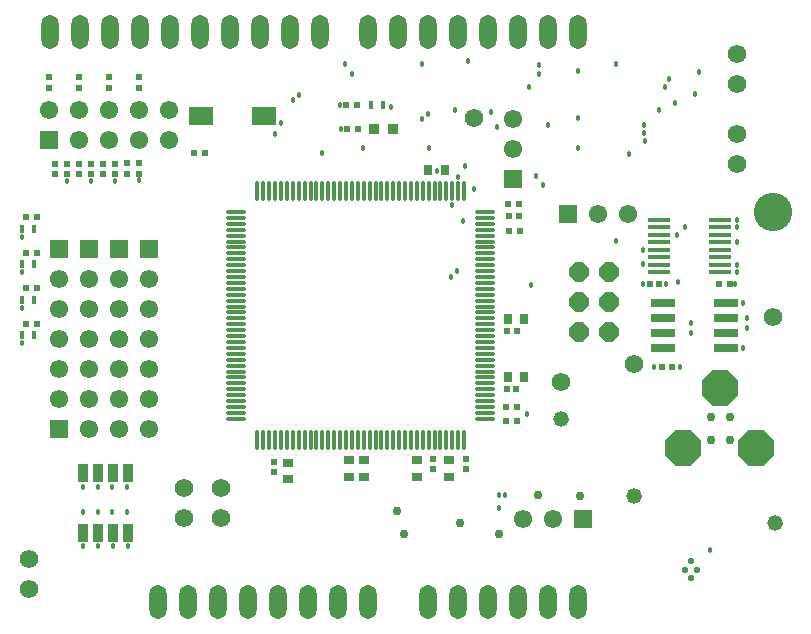
<source format=gts>
%FSTAX25Y25*%
%MOIN*%
G70*
G01*
G75*
G04 Layer_Color=8388736*
%ADD10O,0.07087X0.01181*%
%ADD11O,0.01181X0.07087*%
%ADD12O,0.07284X0.01378*%
%ADD13R,0.08071X0.02756*%
%ADD14R,0.01772X0.02165*%
%ADD15R,0.03150X0.03150*%
%ADD16R,0.01575X0.02559*%
%ADD17R,0.02992X0.06299*%
%ADD18R,0.07874X0.06299*%
%ADD19R,0.02047X0.02047*%
%ADD20R,0.02047X0.02047*%
%ADD21R,0.03543X0.02756*%
%ADD22R,0.02756X0.03543*%
%ADD23R,0.02165X0.01772*%
%ADD24C,0.01000*%
%ADD25C,0.00500*%
%ADD26C,0.03000*%
%ADD27C,0.00700*%
%ADD28C,0.02000*%
%ADD29C,0.00669*%
%ADD30C,0.00591*%
%ADD31R,0.25197X0.25197*%
%ADD32C,0.06000*%
%ADD33P,0.12784X8X202.5*%
%ADD34P,0.12784X8X292.5*%
%ADD35C,0.05906*%
%ADD36R,0.05906X0.05906*%
%ADD37R,0.05906X0.05906*%
%ADD38P,0.06711X8X292.5*%
%ADD39O,0.05600X0.11200*%
%ADD40C,0.12600*%
%ADD41C,0.01969*%
%ADD42C,0.01600*%
%ADD43C,0.05000*%
%ADD44C,0.01595*%
%ADD45C,0.02800*%
%ADD46C,0.04000*%
%ADD47R,0.70200X0.25400*%
%ADD48C,0.07550*%
%ADD49O,0.08724X0.11087*%
%ADD50O,0.11087X0.08724*%
%ADD51C,0.07543*%
G04:AMPARAMS|DCode=52|XSize=95.433mil|YSize=95.433mil|CornerRadius=0mil|HoleSize=0mil|Usage=FLASHONLY|Rotation=0.000|XOffset=0mil|YOffset=0mil|HoleType=Round|Shape=Relief|Width=10mil|Gap=10mil|Entries=4|*
%AMTHD52*
7,0,0,0.09543,0.07543,0.01000,45*
%
%ADD52THD52*%
%ADD53C,0.07800*%
%ADD54C,0.07400*%
G04:AMPARAMS|DCode=55|XSize=95.5mil|YSize=95.5mil|CornerRadius=0mil|HoleSize=0mil|Usage=FLASHONLY|Rotation=0.000|XOffset=0mil|YOffset=0mil|HoleType=Round|Shape=Relief|Width=10mil|Gap=10mil|Entries=4|*
%AMTHD55*
7,0,0,0.09550,0.07550,0.01000,45*
%
%ADD55THD55*%
%ADD56C,0.16600*%
%ADD57C,0.06800*%
G04:AMPARAMS|DCode=58|XSize=70mil|YSize=70mil|CornerRadius=0mil|HoleSize=0mil|Usage=FLASHONLY|Rotation=0.000|XOffset=0mil|YOffset=0mil|HoleType=Round|Shape=Relief|Width=10mil|Gap=10mil|Entries=4|*
%AMTHD58*
7,0,0,0.07000,0.05000,0.01000,45*
%
%ADD58THD58*%
%ADD59C,0.05600*%
%AMTHOVALD60*
21,1,0.02362,0.10724,0,0,270.0*
1,1,0.10724,0.00000,0.01181*
1,1,0.10724,0.00000,-0.01181*
21,0,0.02362,0.08724,0,0,270.0*
1,0,0.08724,0.00000,0.01181*
1,0,0.08724,0.00000,-0.01181*
4,0,4,-0.00354,0.00828,-0.04145,0.04619,-0.03438,0.05326,0.00354,0.01535,-0.00354,0.00828,0.0*
4,0,4,-0.00354,-0.01535,0.03438,-0.05326,0.04145,-0.04619,0.00354,-0.00828,-0.00354,-0.01535,0.0*
4,0,4,-0.00354,0.01535,0.03438,0.05326,0.04145,0.04619,0.00354,0.00828,-0.00354,0.01535,0.0*
4,0,4,-0.00354,-0.00828,-0.04145,-0.04619,-0.03438,-0.05326,0.00354,-0.01535,-0.00354,-0.00828,0.0*
%
%ADD60THOVALD60*%

%AMTHOVALD61*
21,1,0.02362,0.10724,0,0,360.0*
1,1,0.10724,-0.01181,0.00000*
1,1,0.10724,0.01181,0.00000*
21,0,0.02362,0.08724,0,0,360.0*
1,0,0.08724,-0.01181,0.00000*
1,0,0.08724,0.01181,0.00000*
4,0,4,-0.00828,-0.00354,-0.04619,-0.04145,-0.05326,-0.03438,-0.01535,0.00354,-0.00828,-0.00354,0.0*
4,0,4,0.01535,-0.00354,0.05326,0.03438,0.04619,0.04145,0.00828,0.00354,0.01535,-0.00354,0.0*
4,0,4,-0.01535,-0.00354,-0.05326,0.03438,-0.04619,0.04145,-0.00828,0.00354,-0.01535,-0.00354,0.0*
4,0,4,0.00828,-0.00354,0.04619,-0.04145,0.05326,-0.03438,0.01535,0.00354,0.00828,-0.00354,0.0*
%
%ADD61THOVALD61*%

G04:AMPARAMS|DCode=62|XSize=98mil|YSize=98mil|CornerRadius=0mil|HoleSize=0mil|Usage=FLASHONLY|Rotation=0.000|XOffset=0mil|YOffset=0mil|HoleType=Round|Shape=Relief|Width=10mil|Gap=10mil|Entries=4|*
%AMTHD62*
7,0,0,0.09800,0.07800,0.01000,45*
%
%ADD62THD62*%
G04:AMPARAMS|DCode=63|XSize=94mil|YSize=94mil|CornerRadius=0mil|HoleSize=0mil|Usage=FLASHONLY|Rotation=0.000|XOffset=0mil|YOffset=0mil|HoleType=Round|Shape=Relief|Width=10mil|Gap=10mil|Entries=4|*
%AMTHD63*
7,0,0,0.09400,0.07400,0.01000,45*
%
%ADD63THD63*%
G04:AMPARAMS|DCode=64|XSize=88mil|YSize=88mil|CornerRadius=0mil|HoleSize=0mil|Usage=FLASHONLY|Rotation=0.000|XOffset=0mil|YOffset=0mil|HoleType=Round|Shape=Relief|Width=10mil|Gap=10mil|Entries=4|*
%AMTHD64*
7,0,0,0.08800,0.06800,0.01000,45*
%
%ADD64THD64*%
G04:AMPARAMS|DCode=65|XSize=76mil|YSize=76mil|CornerRadius=0mil|HoleSize=0mil|Usage=FLASHONLY|Rotation=0.000|XOffset=0mil|YOffset=0mil|HoleType=Round|Shape=Relief|Width=10mil|Gap=10mil|Entries=4|*
%AMTHD65*
7,0,0,0.07600,0.05600,0.01000,45*
%
%ADD65THD65*%
%ADD66R,0.06102X0.01378*%
%ADD67O,0.01378X0.04724*%
%ADD68R,0.07480X0.12205*%
%ADD69R,0.07480X0.03150*%
%ADD70R,0.06299X0.02559*%
%ADD71R,0.01969X0.01181*%
%ADD72R,0.08661X0.11811*%
%ADD73C,0.01181*%
%ADD74R,0.03543X0.04724*%
%ADD75R,0.06693X0.06614*%
%ADD76R,0.08661X0.07874*%
%ADD77C,0.05000*%
%ADD78C,0.01500*%
%ADD79C,0.01300*%
%ADD80C,0.00984*%
%ADD81C,0.02362*%
%ADD82C,0.02165*%
%ADD83C,0.00787*%
%ADD84C,0.00600*%
%ADD85C,0.01200*%
%ADD86R,0.03937X0.02953*%
%ADD87O,0.07487X0.01581*%
%ADD88O,0.01581X0.07487*%
%ADD89O,0.07684X0.01778*%
%ADD90R,0.08471X0.03156*%
%ADD91R,0.02172X0.02565*%
%ADD92R,0.03550X0.03550*%
%ADD93R,0.01975X0.02959*%
%ADD94R,0.03392X0.06699*%
%ADD95R,0.08274X0.06699*%
%ADD96R,0.02447X0.02447*%
%ADD97R,0.02447X0.02447*%
%ADD98R,0.03943X0.03156*%
%ADD99R,0.03156X0.03943*%
%ADD100R,0.02565X0.02172*%
%ADD101O,0.07287X0.01381*%
%ADD102O,0.01381X0.07287*%
%ADD103O,0.07484X0.01578*%
%ADD104R,0.08271X0.02956*%
%ADD105R,0.01972X0.02365*%
%ADD106R,0.03350X0.03350*%
%ADD107R,0.01775X0.02759*%
%ADD108R,0.03192X0.06499*%
%ADD109R,0.08074X0.06499*%
%ADD110R,0.02247X0.02247*%
%ADD111R,0.02247X0.02247*%
%ADD112R,0.03743X0.02956*%
%ADD113R,0.02956X0.03743*%
%ADD114R,0.02365X0.01972*%
%ADD115C,0.06200*%
%ADD116P,0.13001X8X202.5*%
%ADD117P,0.13001X8X292.5*%
%ADD118C,0.06106*%
%ADD119R,0.06106X0.06106*%
%ADD120R,0.06106X0.06106*%
%ADD121P,0.06927X8X292.5*%
%ADD122O,0.05800X0.11400*%
%ADD123C,0.12800*%
%ADD124C,0.02169*%
%ADD125C,0.01800*%
%ADD126C,0.05200*%
%ADD127C,0.03000*%
D101*
X0181124Y017101D02*
D03*
Y0172979D02*
D03*
Y0174947D02*
D03*
Y0176916D02*
D03*
Y0178884D02*
D03*
Y0180853D02*
D03*
Y0182821D02*
D03*
Y018479D02*
D03*
Y0186758D02*
D03*
Y0188727D02*
D03*
Y0190695D02*
D03*
Y0192664D02*
D03*
Y0194632D02*
D03*
Y0196601D02*
D03*
Y0198569D02*
D03*
Y0200538D02*
D03*
Y0202506D02*
D03*
Y0204475D02*
D03*
Y0206443D02*
D03*
Y0208412D02*
D03*
Y021038D02*
D03*
Y0212349D02*
D03*
Y0214317D02*
D03*
Y0216286D02*
D03*
Y0218254D02*
D03*
Y0220223D02*
D03*
Y0222191D02*
D03*
Y022416D02*
D03*
Y0226128D02*
D03*
Y0228097D02*
D03*
Y0230065D02*
D03*
Y0232034D02*
D03*
Y0234002D02*
D03*
Y0235971D02*
D03*
Y0237939D02*
D03*
Y0239908D02*
D03*
X0264194D02*
D03*
Y0237939D02*
D03*
Y0235971D02*
D03*
Y0234002D02*
D03*
Y0232034D02*
D03*
Y0230065D02*
D03*
Y0228097D02*
D03*
Y0226128D02*
D03*
Y022416D02*
D03*
Y0222191D02*
D03*
Y0220223D02*
D03*
Y0218254D02*
D03*
Y0216286D02*
D03*
Y0214317D02*
D03*
Y0212349D02*
D03*
Y021038D02*
D03*
Y0208412D02*
D03*
Y0206443D02*
D03*
Y0204475D02*
D03*
Y0202506D02*
D03*
Y0200538D02*
D03*
Y0198569D02*
D03*
Y0196601D02*
D03*
Y0194632D02*
D03*
Y0192664D02*
D03*
Y0190695D02*
D03*
Y0188727D02*
D03*
Y0186758D02*
D03*
Y018479D02*
D03*
Y0182821D02*
D03*
Y0180853D02*
D03*
Y0178884D02*
D03*
Y0176916D02*
D03*
Y0174947D02*
D03*
Y0172979D02*
D03*
Y017101D02*
D03*
D102*
X018821Y0246994D02*
D03*
X0190179D02*
D03*
X0192147D02*
D03*
X0194116D02*
D03*
X0196084D02*
D03*
X0198053D02*
D03*
X0200021D02*
D03*
X020199D02*
D03*
X0203958D02*
D03*
X0205927D02*
D03*
X0207895D02*
D03*
X0209864D02*
D03*
X0211832D02*
D03*
X0213801D02*
D03*
X0215769D02*
D03*
X0217738D02*
D03*
X0219706D02*
D03*
X0221675D02*
D03*
X0223643D02*
D03*
X0225612D02*
D03*
X022758D02*
D03*
X0229549D02*
D03*
X0231517D02*
D03*
X0233486D02*
D03*
X0235454D02*
D03*
X0237423D02*
D03*
X0239391D02*
D03*
X024136D02*
D03*
X0243328D02*
D03*
X0245297D02*
D03*
X0247265D02*
D03*
X0249234D02*
D03*
X0251202D02*
D03*
X0253171D02*
D03*
X0255139D02*
D03*
X0257108D02*
D03*
Y0163924D02*
D03*
X0255139D02*
D03*
X0253171D02*
D03*
X0251202D02*
D03*
X0249234D02*
D03*
X0247265D02*
D03*
X0245297D02*
D03*
X0243328D02*
D03*
X024136D02*
D03*
X0239391D02*
D03*
X0237423D02*
D03*
X0235454D02*
D03*
X0233486D02*
D03*
X0231517D02*
D03*
X0229549D02*
D03*
X022758D02*
D03*
X0225612D02*
D03*
X0223643D02*
D03*
X0221675D02*
D03*
X0219706D02*
D03*
X0217738D02*
D03*
X0215769D02*
D03*
X0213801D02*
D03*
X0211832D02*
D03*
X0209864D02*
D03*
X0207895D02*
D03*
X0205927D02*
D03*
X0203958D02*
D03*
X020199D02*
D03*
X0200021D02*
D03*
X0198053D02*
D03*
X0196084D02*
D03*
X0194116D02*
D03*
X0192147D02*
D03*
X0190179D02*
D03*
X018821D02*
D03*
D103*
X0321949Y0237392D02*
D03*
Y0234892D02*
D03*
Y0232392D02*
D03*
Y0229892D02*
D03*
Y0227392D02*
D03*
Y0224892D02*
D03*
Y0222392D02*
D03*
Y0219892D02*
D03*
X0342421Y0237392D02*
D03*
Y0234892D02*
D03*
Y0232392D02*
D03*
Y0229892D02*
D03*
Y0227392D02*
D03*
Y0224892D02*
D03*
Y0222392D02*
D03*
Y0219892D02*
D03*
D104*
X0323241Y0209506D02*
D03*
Y0204505D02*
D03*
Y0199505D02*
D03*
Y0194506D02*
D03*
X0344304Y0209506D02*
D03*
Y0204505D02*
D03*
Y0199505D02*
D03*
Y0194506D02*
D03*
D105*
X0217717Y0275492D02*
D03*
X022126D02*
D03*
X0221654Y0267717D02*
D03*
X021811D02*
D03*
X0114764Y0202756D02*
D03*
X0111221D02*
D03*
X0114764Y0214567D02*
D03*
X0111221D02*
D03*
X0114764Y0226378D02*
D03*
X0111221D02*
D03*
X0114764Y0238189D02*
D03*
X0111221D02*
D03*
X0170669Y0259744D02*
D03*
X0167126D02*
D03*
X0275343Y02426D02*
D03*
X02718D02*
D03*
X0274772Y01703D02*
D03*
X0271228D02*
D03*
X0274772Y0175D02*
D03*
X0271228D02*
D03*
X0272222Y02336D02*
D03*
X0275765D02*
D03*
X0275472Y02387D02*
D03*
X0271928D02*
D03*
X0345571Y0215945D02*
D03*
X0342028D02*
D03*
D106*
X0233465Y0267717D02*
D03*
X0226965D02*
D03*
D107*
X0230217Y0275492D02*
D03*
X0226083D02*
D03*
X0109744Y0234252D02*
D03*
X0113878D02*
D03*
Y0222441D02*
D03*
X0109744D02*
D03*
Y021063D02*
D03*
X0113878D02*
D03*
Y0198819D02*
D03*
X0109744D02*
D03*
D108*
X0145079Y0132913D02*
D03*
Y0152913D02*
D03*
X0140079Y0132913D02*
D03*
Y0152913D02*
D03*
X0135079Y0132913D02*
D03*
Y0152913D02*
D03*
X0130079Y0132913D02*
D03*
Y0152913D02*
D03*
D109*
X0190551Y0272047D02*
D03*
X0169291D02*
D03*
D110*
X0318924Y0215999D02*
D03*
X0322074D02*
D03*
X0326347Y0188206D02*
D03*
X0323198D02*
D03*
X0271325Y01808D02*
D03*
X0274475D02*
D03*
X0271425Y02002D02*
D03*
X0274575D02*
D03*
D111*
X02579Y0157475D02*
D03*
Y0154325D02*
D03*
X01939Y0156475D02*
D03*
Y0153325D02*
D03*
X02468Y0157475D02*
D03*
Y0154325D02*
D03*
D112*
X02236Y0157156D02*
D03*
Y0151644D02*
D03*
X01985Y0150844D02*
D03*
Y0156356D02*
D03*
X02522Y0151644D02*
D03*
Y0157156D02*
D03*
X02187Y0151644D02*
D03*
Y0157156D02*
D03*
X02414Y0151644D02*
D03*
Y0157156D02*
D03*
D113*
X0271644Y02043D02*
D03*
X0277156D02*
D03*
X0245144Y02539D02*
D03*
X0250656D02*
D03*
X0277156Y01849D02*
D03*
X0271644D02*
D03*
D114*
X01447Y02526D02*
D03*
Y0256143D02*
D03*
X01366Y02525D02*
D03*
Y0256043D02*
D03*
X01286Y0252528D02*
D03*
Y0256072D02*
D03*
X01206Y0252528D02*
D03*
Y0256072D02*
D03*
X01487Y02526D02*
D03*
Y0256143D02*
D03*
X01406Y02525D02*
D03*
Y0256043D02*
D03*
X01326Y0252528D02*
D03*
Y0256072D02*
D03*
X01246Y0252528D02*
D03*
Y0256072D02*
D03*
X01187Y0281228D02*
D03*
Y0284772D02*
D03*
X01287Y0281228D02*
D03*
Y0284772D02*
D03*
X01387Y0281228D02*
D03*
Y0284772D02*
D03*
X01487Y0281228D02*
D03*
Y0284772D02*
D03*
D115*
X0313583Y0189173D02*
D03*
X0175984Y0147795D02*
D03*
Y0137795D02*
D03*
X0289469Y0183169D02*
D03*
X0260531Y0271358D02*
D03*
X0112205Y0124409D02*
D03*
Y0114409D02*
D03*
X034813Y029252D02*
D03*
Y028252D02*
D03*
Y0265787D02*
D03*
Y0255787D02*
D03*
X0163863Y0147833D02*
D03*
Y0137833D02*
D03*
X036Y0205D02*
D03*
D116*
X0354331Y0161417D02*
D03*
X0329921D02*
D03*
D117*
X034252Y0181102D02*
D03*
D118*
X01587Y02738D02*
D03*
Y02638D02*
D03*
X01487Y02738D02*
D03*
Y02638D02*
D03*
X01387Y02738D02*
D03*
Y02638D02*
D03*
X01287Y02738D02*
D03*
Y02638D02*
D03*
X01187Y02738D02*
D03*
X01322Y01776D02*
D03*
Y01876D02*
D03*
Y01976D02*
D03*
Y02076D02*
D03*
Y02176D02*
D03*
Y01676D02*
D03*
X01422D02*
D03*
X01522D02*
D03*
X02767Y01375D02*
D03*
X02867D02*
D03*
X01222Y02176D02*
D03*
Y02076D02*
D03*
Y01976D02*
D03*
Y01876D02*
D03*
Y01776D02*
D03*
X0273524Y0270886D02*
D03*
Y0260886D02*
D03*
X0301634Y0239173D02*
D03*
X0311634D02*
D03*
X01422Y01776D02*
D03*
Y01876D02*
D03*
Y01976D02*
D03*
Y02076D02*
D03*
Y02176D02*
D03*
X01522D02*
D03*
Y02076D02*
D03*
Y01976D02*
D03*
Y01876D02*
D03*
Y01776D02*
D03*
D119*
X01187Y02638D02*
D03*
X01222Y01676D02*
D03*
X02967Y01375D02*
D03*
X0291634Y0239173D02*
D03*
D120*
X01322Y02276D02*
D03*
X01222D02*
D03*
X0273524Y0250886D02*
D03*
X01422Y02276D02*
D03*
X01522D02*
D03*
D121*
X0305394Y0199941D02*
D03*
X0295394D02*
D03*
X0305394Y0209941D02*
D03*
X0295394D02*
D03*
X0305394Y0219941D02*
D03*
X0295394D02*
D03*
D122*
X0209Y03D02*
D03*
X0199D02*
D03*
X0189D02*
D03*
X0179D02*
D03*
X0169D02*
D03*
X0159D02*
D03*
X0149D02*
D03*
X0139D02*
D03*
X0129D02*
D03*
X0119D02*
D03*
X0225Y011D02*
D03*
X0215D02*
D03*
X0205D02*
D03*
X0195D02*
D03*
X0185D02*
D03*
X0175D02*
D03*
X0165D02*
D03*
X0155D02*
D03*
X0245D02*
D03*
X0255D02*
D03*
X0265D02*
D03*
X0275D02*
D03*
X0285D02*
D03*
X0295D02*
D03*
Y03D02*
D03*
X0285D02*
D03*
X0275D02*
D03*
X0265D02*
D03*
X0255D02*
D03*
X0245D02*
D03*
X0235D02*
D03*
X0225D02*
D03*
D123*
X036Y024D02*
D03*
D124*
X0334668Y01207D02*
D03*
X0330732D02*
D03*
X03327Y0123456D02*
D03*
Y0117944D02*
D03*
D125*
X0279429Y0215453D02*
D03*
X0281102Y0251969D02*
D03*
X0278051Y0172539D02*
D03*
X0285138Y0268799D02*
D03*
X0278642Y0281594D02*
D03*
X0295177Y0286811D02*
D03*
X0258366Y0290256D02*
D03*
X0282087Y0288976D02*
D03*
X0217421Y0289173D02*
D03*
X0209646Y0259646D02*
D03*
X0307579Y0289272D02*
D03*
X029498Y0261122D02*
D03*
X0223425Y0261122D02*
D03*
X024311Y0289272D02*
D03*
X0215748Y0275492D02*
D03*
X024498Y0272638D02*
D03*
X0322146Y0273917D02*
D03*
X0325492Y0284154D02*
D03*
X0323917Y0281594D02*
D03*
X0327362Y0276378D02*
D03*
X0283366Y0248917D02*
D03*
X0335531Y0286713D02*
D03*
X0333957Y0279134D02*
D03*
X0317323Y0263681D02*
D03*
X0316634Y0227165D02*
D03*
X025315Y0242126D02*
D03*
X0256594Y0237008D02*
D03*
X0260531Y0247736D02*
D03*
X0248228Y0253445D02*
D03*
X0268012Y0268209D02*
D03*
X0201969Y0279035D02*
D03*
X0257395Y0255327D02*
D03*
X0317224Y026624D02*
D03*
Y0268799D02*
D03*
X0242925Y0271076D02*
D03*
X0196063Y0269587D02*
D03*
X02Y0277362D02*
D03*
X0194177Y0266027D02*
D03*
X0312205Y0259252D02*
D03*
X0255118Y0251673D02*
D03*
X0254035Y0273819D02*
D03*
X0245276Y0261122D02*
D03*
X029498Y0271358D02*
D03*
X0252756Y0218209D02*
D03*
X0254626Y0220276D02*
D03*
X0347933Y0237402D02*
D03*
Y0234842D02*
D03*
X0282185Y0285827D02*
D03*
X0232677Y0274803D02*
D03*
X0219685Y0286024D02*
D03*
X0330709Y0234941D02*
D03*
X0328346Y0216535D02*
D03*
X0350197Y0209547D02*
D03*
X0320472Y0188206D02*
D03*
X0316732Y0222441D02*
D03*
X0347933Y0219882D02*
D03*
Y0222342D02*
D03*
X0307776Y0230315D02*
D03*
X0347933Y0229921D02*
D03*
X0327953Y0232185D02*
D03*
X0351378Y0204528D02*
D03*
X0351476Y0201181D02*
D03*
X0332677Y0199508D02*
D03*
X0316732Y0216043D02*
D03*
X0324508Y0215945D02*
D03*
X0350197Y0194488D02*
D03*
X0265945Y0273425D02*
D03*
X0216043Y0267717D02*
D03*
X01487Y0250472D02*
D03*
X01246Y02504D02*
D03*
X01326D02*
D03*
X01406Y0250372D02*
D03*
X0329072Y0188206D02*
D03*
X0332684Y0203058D02*
D03*
X03392Y01271D02*
D03*
X02687Y01456D02*
D03*
X0270844Y01456D02*
D03*
X02688Y0141219D02*
D03*
X0109744Y0196161D02*
D03*
Y0207972D02*
D03*
Y0219783D02*
D03*
Y0231594D02*
D03*
X0129921Y0148425D02*
D03*
X0135039D02*
D03*
X0139764D02*
D03*
X0144882D02*
D03*
X0129921Y0139764D02*
D03*
X0135039D02*
D03*
X0139764D02*
D03*
X0144882D02*
D03*
X0145079Y0128661D02*
D03*
X0140079D02*
D03*
X0135079D02*
D03*
X0130079D02*
D03*
X0347399Y0215945D02*
D03*
D126*
X028937Y0170866D02*
D03*
X03138Y01451D02*
D03*
X0360701Y0136199D02*
D03*
D127*
X02348Y01402D02*
D03*
X02372Y01326D02*
D03*
X0295625Y01454D02*
D03*
X02556Y01364D02*
D03*
X02819Y01456D02*
D03*
X02688Y01327D02*
D03*
X033937Y0171653D02*
D03*
X0345571Y0171752D02*
D03*
X033937Y0163779D02*
D03*
X0345866Y0163878D02*
D03*
M02*

</source>
